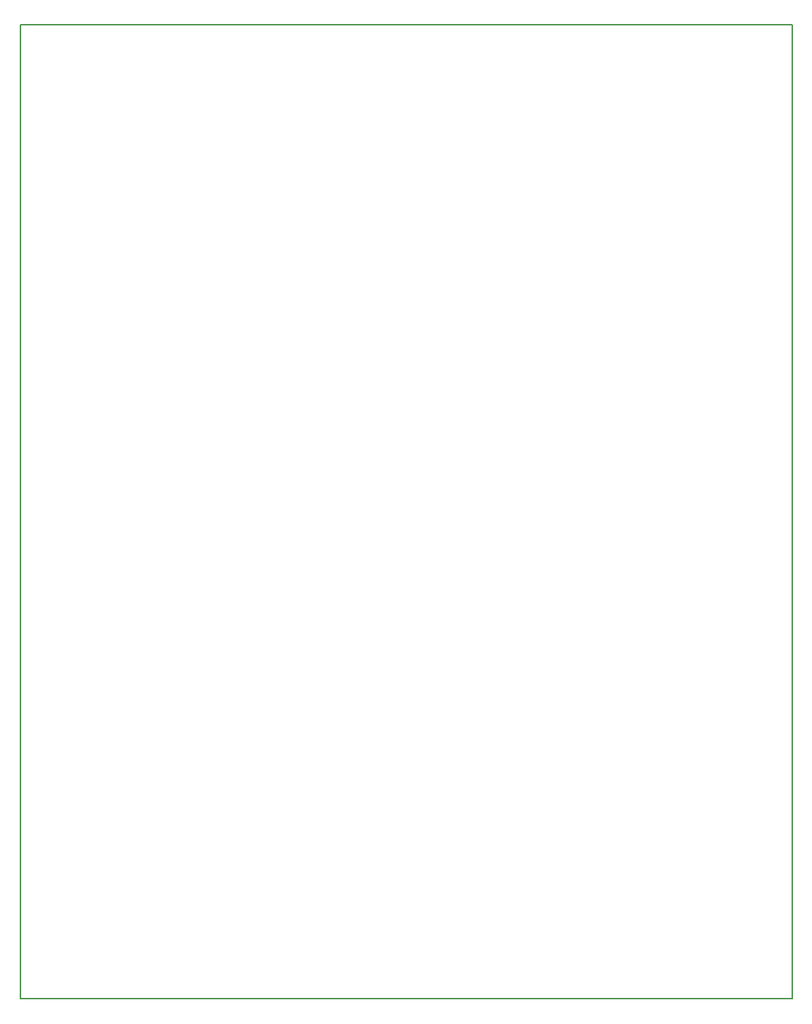
<source format=gbr>
G04 #@! TF.GenerationSoftware,KiCad,Pcbnew,(5.0.2)-1*
G04 #@! TF.CreationDate,2019-03-16T14:06:54-07:00*
G04 #@! TF.ProjectId,ModularMatrix,4d6f6475-6c61-4724-9d61-747269782e6b,rev?*
G04 #@! TF.SameCoordinates,Original*
G04 #@! TF.FileFunction,Profile,NP*
%FSLAX46Y46*%
G04 Gerber Fmt 4.6, Leading zero omitted, Abs format (unit mm)*
G04 Created by KiCad (PCBNEW (5.0.2)-1) date 3/16/2019 2:06:54 PM*
%MOMM*%
%LPD*%
G01*
G04 APERTURE LIST*
%ADD10C,0.150000*%
%ADD11C,0.200000*%
G04 APERTURE END LIST*
D10*
X161226500Y-54927500D02*
X161226500Y-171767500D01*
X253936500Y-54927500D02*
X161226500Y-54927500D01*
X253936500Y-171767500D02*
X253936500Y-54927500D01*
D11*
X161226500Y-171767500D02*
X253936500Y-171767500D01*
M02*

</source>
